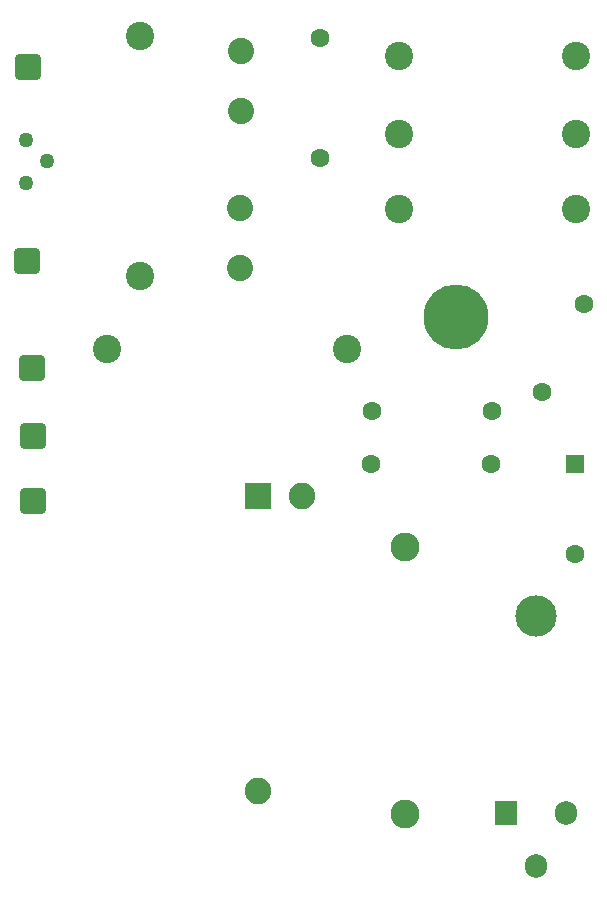
<source format=gbr>
%TF.GenerationSoftware,KiCad,Pcbnew,9.0.7*%
%TF.CreationDate,2026-02-02T12:50:53-08:00*%
%TF.ProjectId,foot-pedal-PCB,666f6f74-2d70-4656-9461-6c2d5043422e,rev?*%
%TF.SameCoordinates,Original*%
%TF.FileFunction,Soldermask,Top*%
%TF.FilePolarity,Negative*%
%FSLAX46Y46*%
G04 Gerber Fmt 4.6, Leading zero omitted, Abs format (unit mm)*
G04 Created by KiCad (PCBNEW 9.0.7) date 2026-02-02 12:50:53*
%MOMM*%
%LPD*%
G01*
G04 APERTURE LIST*
G04 Aperture macros list*
%AMRoundRect*
0 Rectangle with rounded corners*
0 $1 Rounding radius*
0 $2 $3 $4 $5 $6 $7 $8 $9 X,Y pos of 4 corners*
0 Add a 4 corners polygon primitive as box body*
4,1,4,$2,$3,$4,$5,$6,$7,$8,$9,$2,$3,0*
0 Add four circle primitives for the rounded corners*
1,1,$1+$1,$2,$3*
1,1,$1+$1,$4,$5*
1,1,$1+$1,$6,$7*
1,1,$1+$1,$8,$9*
0 Add four rect primitives between the rounded corners*
20,1,$1+$1,$2,$3,$4,$5,0*
20,1,$1+$1,$4,$5,$6,$7,0*
20,1,$1+$1,$6,$7,$8,$9,0*
20,1,$1+$1,$8,$9,$2,$3,0*%
G04 Aperture macros list end*
%ADD10C,5.500000*%
%ADD11C,3.500000*%
%ADD12R,1.905000X2.000000*%
%ADD13O,1.905000X2.000000*%
%ADD14C,1.604000*%
%ADD15C,1.600000*%
%ADD16C,2.400000*%
%ADD17RoundRect,0.250000X-0.825000X-0.825000X0.825000X-0.825000X0.825000X0.825000X-0.825000X0.825000X0*%
%ADD18R,2.250000X2.250000*%
%ADD19C,2.250000*%
%ADD20C,1.270000*%
%ADD21C,2.454000*%
%ADD22C,2.220000*%
%ADD23RoundRect,0.250000X-0.550000X0.550000X-0.550000X-0.550000X0.550000X-0.550000X0.550000X0.550000X0*%
G04 APERTURE END LIST*
D10*
%TO.C,H1*%
X166600000Y-76450000D03*
%TD*%
D11*
%TO.C,Q1*%
X173350000Y-101820000D03*
D12*
X170810000Y-118480000D03*
D13*
X173360000Y-122930000D03*
X175890000Y-118480000D03*
%TD*%
D14*
%TO.C,RV3*%
X177400000Y-75350000D03*
X173900000Y-82850000D03*
%TD*%
D15*
%TO.C,R5*%
X169530000Y-88900000D03*
X159370000Y-88900000D03*
%TD*%
%TO.C,R3*%
X159470000Y-84450000D03*
X169630000Y-84450000D03*
%TD*%
D16*
%TO.C,R1*%
X157360000Y-79200000D03*
X137040000Y-79200000D03*
%TD*%
D17*
%TO.C,J4*%
X130400000Y-55300000D03*
%TD*%
D18*
%TO.C,RV1*%
X149800000Y-91600000D03*
D19*
X153550000Y-91600000D03*
X149800000Y-116600000D03*
%TD*%
D17*
%TO.C,J5*%
X130700000Y-80750000D03*
%TD*%
D16*
%TO.C,C2*%
X176800000Y-60950000D03*
X161800000Y-60950000D03*
%TD*%
D20*
%TO.C,RV2*%
X130200000Y-61503949D03*
X131996051Y-63300000D03*
X130200000Y-65096051D03*
%TD*%
D21*
%TO.C,J8*%
X162300000Y-118550000D03*
X162300000Y-95950000D03*
%TD*%
D22*
%TO.C,J1*%
X148300000Y-72300000D03*
X148300000Y-67220000D03*
%TD*%
D16*
%TO.C,R4*%
X139850000Y-72960000D03*
X139850000Y-52640000D03*
%TD*%
%TO.C,C3*%
X176800000Y-54350000D03*
X161800000Y-54350000D03*
%TD*%
D23*
%TO.C,D1*%
X176650000Y-88940000D03*
D15*
X176650000Y-96560000D03*
%TD*%
D17*
%TO.C,J6*%
X130800000Y-86550000D03*
%TD*%
D16*
%TO.C,C1*%
X176800000Y-67300000D03*
X161800000Y-67300000D03*
%TD*%
D15*
%TO.C,R2*%
X155050000Y-63030000D03*
X155050000Y-52870000D03*
%TD*%
D22*
%TO.C,J2*%
X148400000Y-59000000D03*
X148400000Y-53920000D03*
%TD*%
D17*
%TO.C,J3*%
X130296051Y-71729301D03*
%TD*%
%TO.C,J7*%
X130800000Y-92070000D03*
%TD*%
M02*

</source>
